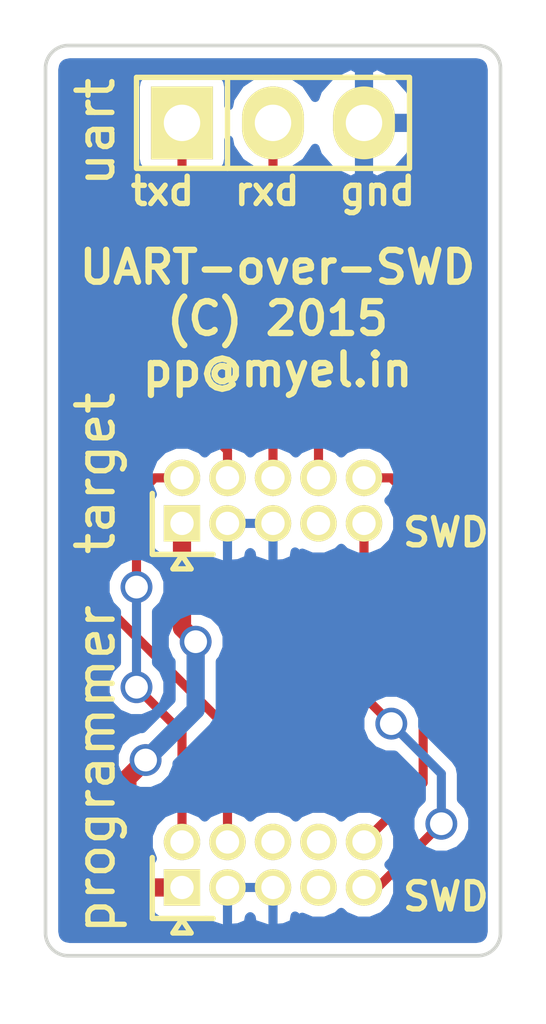
<source format=kicad_pcb>
(kicad_pcb (version 4) (host pcbnew "(2015-01-02 BZR 5348)-product")

  (general
    (links 11)
    (no_connects 0)
    (area 133.35 77.47 152.50281 106.045001)
    (thickness 1.6)
    (drawings 12)
    (tracks 51)
    (zones 0)
    (modules 3)
    (nets 13)
  )

  (page A4)
  (layers
    (0 F.Cu signal)
    (31 B.Cu signal)
    (32 B.Adhes user)
    (33 F.Adhes user)
    (34 B.Paste user)
    (35 F.Paste user)
    (36 B.SilkS user)
    (37 F.SilkS user)
    (38 B.Mask user)
    (39 F.Mask user)
    (40 Dwgs.User user)
    (41 Cmts.User user)
    (42 Eco1.User user)
    (43 Eco2.User user)
    (44 Edge.Cuts user)
    (45 Margin user)
    (46 B.CrtYd user)
    (47 F.CrtYd user)
    (48 B.Fab user)
    (49 F.Fab user)
  )

  (setup
    (last_trace_width 0.254)
    (user_trace_width 0.254)
    (user_trace_width 0.508)
    (trace_clearance 0.1524)
    (zone_clearance 0.3048)
    (zone_45_only no)
    (trace_min 0.1524)
    (segment_width 0.2)
    (edge_width 0.1)
    (via_size 0.889)
    (via_drill 0.635)
    (via_min_size 0.889)
    (via_min_drill 0.508)
    (uvia_size 0.508)
    (uvia_drill 0.127)
    (uvias_allowed no)
    (uvia_min_size 0.508)
    (uvia_min_drill 0.127)
    (pcb_text_width 0.3)
    (pcb_text_size 1.5 1.5)
    (mod_edge_width 0.15)
    (mod_text_size 1 1)
    (mod_text_width 0.15)
    (pad_size 1.5 1.5)
    (pad_drill 0.6)
    (pad_to_mask_clearance 0)
    (aux_axis_origin 0 0)
    (visible_elements 7FFFFFFF)
    (pcbplotparams
      (layerselection 0x010fc_80000001)
      (usegerberextensions true)
      (excludeedgelayer true)
      (linewidth 0.100000)
      (plotframeref false)
      (viasonmask false)
      (mode 1)
      (useauxorigin false)
      (hpglpennumber 1)
      (hpglpenspeed 20)
      (hpglpendiameter 15)
      (hpglpenoverlay 2)
      (psnegative false)
      (psa4output false)
      (plotreference true)
      (plotvalue true)
      (plotinvisibletext false)
      (padsonsilk false)
      (subtractmaskfromsilk false)
      (outputformat 1)
      (mirror false)
      (drillshape 0)
      (scaleselection 1)
      (outputdirectory gerbers/))
  )

  (net 0 "")
  (net 1 /nRESET)
  (net 2 /RXD)
  (net 3 "Net-(P1-Pad7)")
  (net 4 /VCC)
  (net 5 /SWDIO)
  (net 6 /GND)
  (net 7 /SWCLK)
  (net 8 /TXD)
  (net 9 "Net-(P3-Pad8)")
  (net 10 "Net-(P3-Pad7)")
  (net 11 "Net-(P3-Pad6)")
  (net 12 /GND_DET)

  (net_class Default "This is the default net class."
    (clearance 0.1524)
    (trace_width 0.254)
    (via_dia 0.889)
    (via_drill 0.635)
    (uvia_dia 0.508)
    (uvia_drill 0.127)
    (add_net /GND)
    (add_net /GND_DET)
    (add_net /RXD)
    (add_net /SWCLK)
    (add_net /SWDIO)
    (add_net /TXD)
    (add_net /VCC)
    (add_net /nRESET)
    (add_net "Net-(P1-Pad7)")
    (add_net "Net-(P3-Pad6)")
    (add_net "Net-(P3-Pad7)")
    (add_net "Net-(P3-Pad8)")
  )

  (module Socket_Strips:Socket_Strip_Straight_1x03 (layer F.Cu) (tedit 54BF6576) (tstamp 54BF54E5)
    (at 140.97 80.899 180)
    (descr "Through hole socket strip")
    (tags "socket strip")
    (path /54BF53DB)
    (fp_text reference P2 (at -9.017 0.254 180) (layer F.SilkS) hide
      (effects (font (size 1 1) (thickness 0.15)))
    )
    (fp_text value uart (at 4.953 -0.254 270) (layer F.SilkS)
      (effects (font (size 1 1) (thickness 0.15)))
    )
    (fp_line (start 1.27 1.27) (end -3.81 1.27) (layer F.SilkS) (width 0.15))
    (fp_line (start -3.81 1.27) (end -3.81 -1.27) (layer F.SilkS) (width 0.15))
    (fp_line (start -3.81 -1.27) (end 1.27 -1.27) (layer F.SilkS) (width 0.15))
    (fp_line (start 3.81 -1.27) (end 1.27 -1.27) (layer F.SilkS) (width 0.15))
    (fp_line (start 1.27 -1.27) (end 1.27 1.27) (layer F.SilkS) (width 0.15))
    (fp_line (start 3.81 -1.27) (end 3.81 1.27) (layer F.SilkS) (width 0.15))
    (fp_line (start 3.81 1.27) (end 1.27 1.27) (layer F.SilkS) (width 0.15))
    (pad 1 thru_hole rect (at 2.54 0) (size 1.7272 2.032) (drill 1.016) (layers *.Cu *.Mask F.SilkS)
      (net 8 /TXD))
    (pad 2 thru_hole oval (at 0 0) (size 1.7272 2.032) (drill 1.016) (layers *.Cu *.Mask F.SilkS)
      (net 2 /RXD))
    (pad 3 thru_hole oval (at -2.54 0) (size 1.7272 2.032) (drill 1.016) (layers *.Cu *.Mask F.SilkS)
      (net 6 /GND))
    (model Socket_Strips/Socket_Strip_Straight_1x03.wrl
      (at (xyz 0 0 0))
      (scale (xyz 1 1 1))
      (rotate (xyz 0 0 0))
    )
  )

  (module footprints:pin_array_5x2_50mil (layer F.Cu) (tedit 54BF6570) (tstamp 54BF5524)
    (at 139.7 91.44)
    (descr "Double rangee de contacts 2 x 4 pins")
    (tags CONN)
    (path /54BF5376)
    (fp_text reference P1 (at 9.779 0) (layer F.SilkS) hide
      (effects (font (size 1.016 1.016) (thickness 0.2032)))
    )
    (fp_text value target (at -3.683 -0.762 90) (layer F.SilkS)
      (effects (font (size 1.016 1.016) (thickness 0.15)))
    )
    (fp_line (start -2.1 -0.2) (end -2.1 1.5) (layer F.SilkS) (width 0.15))
    (fp_line (start -2.1 1.5) (end -0.4 1.5) (layer F.SilkS) (width 0.15))
    (fp_line (start -1.27 1.524) (end -1.524 1.905) (layer F.SilkS) (width 0.15))
    (fp_line (start -1.524 1.905) (end -1.143 1.905) (layer F.SilkS) (width 0.15))
    (fp_line (start -1.143 1.905) (end -1.016 1.905) (layer F.SilkS) (width 0.15))
    (fp_line (start -1.016 1.905) (end -1.27 1.524) (layer F.SilkS) (width 0.15))
    (pad 1 thru_hole rect (at -1.27 0.635) (size 1.016 1.016) (drill 0.65) (layers *.Cu *.Mask F.SilkS)
      (net 4 /VCC))
    (pad 2 thru_hole circle (at -1.27 -0.635) (size 1.016 1.016) (drill 0.65) (layers *.Cu *.Mask F.SilkS)
      (net 5 /SWDIO))
    (pad 3 thru_hole circle (at 0 0.635) (size 1.016 1.016) (drill 0.65) (layers *.Cu *.Mask F.SilkS)
      (net 6 /GND))
    (pad 4 thru_hole circle (at 0 -0.635) (size 1.016 1.016) (drill 0.65) (layers *.Cu *.Mask F.SilkS)
      (net 7 /SWCLK))
    (pad 5 thru_hole circle (at 1.27 0.635) (size 1.016 1.016) (drill 0.65) (layers *.Cu *.Mask F.SilkS)
      (net 6 /GND))
    (pad 6 thru_hole circle (at 1.27 -0.635) (size 1.016 1.016) (drill 0.65) (layers *.Cu *.Mask F.SilkS)
      (net 8 /TXD))
    (pad 7 thru_hole circle (at 2.54 0.635) (size 1.016 1.016) (drill 0.65) (layers *.Cu *.Mask F.SilkS)
      (net 3 "Net-(P1-Pad7)"))
    (pad 8 thru_hole circle (at 2.54 -0.635) (size 1.016 1.016) (drill 0.65) (layers *.Cu *.Mask F.SilkS)
      (net 2 /RXD))
    (pad 9 thru_hole circle (at 3.81 0.635) (size 1.016 1.016) (drill 0.65) (layers *.Cu *.Mask F.SilkS)
      (net 12 /GND_DET))
    (pad 10 thru_hole circle (at 3.81 -0.635) (size 1.016 1.016) (drill 0.65) (layers *.Cu *.Mask F.SilkS)
      (net 1 /nRESET))
    (model pin_array/pins_array_3x2.wrl
      (at (xyz 0 0 0))
      (scale (xyz 1 1 1))
      (rotate (xyz 0 0 0))
    )
  )

  (module footprints:pin_array_5x2_50mil (layer F.Cu) (tedit 54BF6573) (tstamp 54BF5531)
    (at 139.7 101.6)
    (descr "Double rangee de contacts 2 x 4 pins")
    (tags CONN)
    (path /54BF53AA)
    (fp_text reference P3 (at 11.557 0) (layer F.SilkS) hide
      (effects (font (size 1.016 1.016) (thickness 0.2032)))
    )
    (fp_text value programmer (at -3.683 -2.667 90) (layer F.SilkS)
      (effects (font (size 1.016 1.016) (thickness 0.15)))
    )
    (fp_line (start -2.1 -0.2) (end -2.1 1.5) (layer F.SilkS) (width 0.15))
    (fp_line (start -2.1 1.5) (end -0.4 1.5) (layer F.SilkS) (width 0.15))
    (fp_line (start -1.27 1.524) (end -1.524 1.905) (layer F.SilkS) (width 0.15))
    (fp_line (start -1.524 1.905) (end -1.143 1.905) (layer F.SilkS) (width 0.15))
    (fp_line (start -1.143 1.905) (end -1.016 1.905) (layer F.SilkS) (width 0.15))
    (fp_line (start -1.016 1.905) (end -1.27 1.524) (layer F.SilkS) (width 0.15))
    (pad 1 thru_hole rect (at -1.27 0.635) (size 1.016 1.016) (drill 0.65) (layers *.Cu *.Mask F.SilkS)
      (net 4 /VCC))
    (pad 2 thru_hole circle (at -1.27 -0.635) (size 1.016 1.016) (drill 0.65) (layers *.Cu *.Mask F.SilkS)
      (net 5 /SWDIO))
    (pad 3 thru_hole circle (at 0 0.635) (size 1.016 1.016) (drill 0.65) (layers *.Cu *.Mask F.SilkS)
      (net 6 /GND))
    (pad 4 thru_hole circle (at 0 -0.635) (size 1.016 1.016) (drill 0.65) (layers *.Cu *.Mask F.SilkS)
      (net 7 /SWCLK))
    (pad 5 thru_hole circle (at 1.27 0.635) (size 1.016 1.016) (drill 0.65) (layers *.Cu *.Mask F.SilkS)
      (net 6 /GND))
    (pad 6 thru_hole circle (at 1.27 -0.635) (size 1.016 1.016) (drill 0.65) (layers *.Cu *.Mask F.SilkS)
      (net 11 "Net-(P3-Pad6)"))
    (pad 7 thru_hole circle (at 2.54 0.635) (size 1.016 1.016) (drill 0.65) (layers *.Cu *.Mask F.SilkS)
      (net 10 "Net-(P3-Pad7)"))
    (pad 8 thru_hole circle (at 2.54 -0.635) (size 1.016 1.016) (drill 0.65) (layers *.Cu *.Mask F.SilkS)
      (net 9 "Net-(P3-Pad8)"))
    (pad 9 thru_hole circle (at 3.81 0.635) (size 1.016 1.016) (drill 0.65) (layers *.Cu *.Mask F.SilkS)
      (net 12 /GND_DET))
    (pad 10 thru_hole circle (at 3.81 -0.635) (size 1.016 1.016) (drill 0.65) (layers *.Cu *.Mask F.SilkS)
      (net 1 /nRESET))
    (model pin_array/pins_array_3x2.wrl
      (at (xyz 0 0 0))
      (scale (xyz 1 1 1))
      (rotate (xyz 0 0 0))
    )
  )

  (gr_text SWD (at 145.796 102.489) (layer F.SilkS)
    (effects (font (size 0.762 0.762) (thickness 0.1524)))
  )
  (gr_text SWD (at 145.796 92.329) (layer F.SilkS)
    (effects (font (size 0.762 0.762) (thickness 0.1524)))
  )
  (gr_text "txd  rxd  gnd" (at 140.97 82.804) (layer F.SilkS)
    (effects (font (size 0.762 0.762) (thickness 0.1524)))
  )
  (gr_text "UART-over-SWD\n(C) 2015\npp@myel.in" (at 141.097 86.36) (layer F.SilkS)
    (effects (font (size 0.889 0.889) (thickness 0.1778)))
  )
  (gr_line (start 134.62 103.505) (end 134.62 79.375) (angle 90) (layer Edge.Cuts) (width 0.1))
  (gr_line (start 146.685 104.14) (end 135.255 104.14) (angle 90) (layer Edge.Cuts) (width 0.1))
  (gr_line (start 147.32 79.375) (end 147.32 103.505) (angle 90) (layer Edge.Cuts) (width 0.1))
  (gr_line (start 135.255 78.74) (end 146.685 78.74) (angle 90) (layer Edge.Cuts) (width 0.1))
  (gr_arc (start 146.685 103.505) (end 147.32 103.505) (angle 90) (layer Edge.Cuts) (width 0.1))
  (gr_arc (start 135.255 103.505) (end 135.255 104.14) (angle 90) (layer Edge.Cuts) (width 0.1))
  (gr_arc (start 135.255 79.375) (end 134.62 79.375) (angle 90) (layer Edge.Cuts) (width 0.1))
  (gr_arc (start 146.685 79.375) (end 146.685 78.74) (angle 90) (layer Edge.Cuts) (width 0.1))

  (segment (start 143.51 90.805) (end 144.272 90.805) (width 0.254) (layer F.Cu) (net 1))
  (segment (start 145.161 99.314) (end 143.51 100.965) (width 0.254) (layer F.Cu) (net 1) (tstamp 54BF5BCE))
  (segment (start 145.161 91.694) (end 145.161 99.314) (width 0.254) (layer F.Cu) (net 1) (tstamp 54BF5BCC))
  (segment (start 144.272 90.805) (end 145.161 91.694) (width 0.254) (layer F.Cu) (net 1) (tstamp 54BF5BC7))
  (segment (start 140.97 80.899) (end 140.97 83.693) (width 0.254) (layer F.Cu) (net 2))
  (segment (start 142.24 84.963) (end 142.24 90.805) (width 0.254) (layer F.Cu) (net 2) (tstamp 54BF5B2F))
  (segment (start 140.97 83.693) (end 142.24 84.963) (width 0.254) (layer F.Cu) (net 2) (tstamp 54BF5B2D))
  (segment (start 138.43 92.075) (end 138.43 94.996) (width 0.508) (layer F.Cu) (net 4))
  (segment (start 138.811 97.282) (end 137.414 98.679) (width 0.508) (layer B.Cu) (net 4) (tstamp 54BF623E))
  (segment (start 138.811 95.377) (end 138.811 97.282) (width 0.508) (layer B.Cu) (net 4) (tstamp 54BF623D))
  (via (at 138.811 95.377) (size 0.889) (layers F.Cu B.Cu) (net 4))
  (segment (start 138.43 94.996) (end 138.811 95.377) (width 0.508) (layer F.Cu) (net 4) (tstamp 54BF6231))
  (segment (start 137.541 102.235) (end 138.43 102.235) (width 0.508) (layer F.Cu) (net 4) (tstamp 54BF5BB5))
  (via (at 137.414 98.679) (size 0.889) (layers F.Cu B.Cu) (net 4))
  (segment (start 137.414 98.679) (end 136.906 99.187) (width 0.508) (layer F.Cu) (net 4) (tstamp 54BF5BAD))
  (segment (start 136.906 99.187) (end 136.906 101.6) (width 0.508) (layer F.Cu) (net 4) (tstamp 54BF5BAE))
  (segment (start 136.906 101.6) (end 137.541 102.235) (width 0.508) (layer F.Cu) (net 4) (tstamp 54BF5BB2))
  (segment (start 138.6332 91.8718) (end 138.6332 92.1004) (width 0.254) (layer F.Cu) (net 4))
  (segment (start 138.43 90.805) (end 137.668 90.805) (width 0.254) (layer F.Cu) (net 5))
  (segment (start 138.43 97.917) (end 138.43 100.965) (width 0.254) (layer F.Cu) (net 5) (tstamp 54BF5B5C))
  (segment (start 137.16 96.647) (end 138.43 97.917) (width 0.254) (layer F.Cu) (net 5) (tstamp 54BF5B5B))
  (via (at 137.16 96.647) (size 0.889) (layers F.Cu B.Cu) (net 5))
  (segment (start 137.16 93.853) (end 137.16 96.647) (width 0.254) (layer B.Cu) (net 5) (tstamp 54BF5B56))
  (via (at 137.16 93.853) (size 0.889) (layers F.Cu B.Cu) (net 5))
  (segment (start 137.16 91.313) (end 137.16 93.853) (width 0.254) (layer F.Cu) (net 5) (tstamp 54BF5B50))
  (segment (start 137.668 90.805) (end 137.16 91.313) (width 0.254) (layer F.Cu) (net 5) (tstamp 54BF5B4D))
  (segment (start 139.7 103.632) (end 139.7 102.235) (width 0.254) (layer B.Cu) (net 6))
  (segment (start 139.7 102.235) (end 140.97 102.235) (width 0.254) (layer B.Cu) (net 6) (tstamp 54BF5B6F))
  (segment (start 140.97 102.235) (end 140.97 103.505) (width 0.254) (layer B.Cu) (net 6) (tstamp 54BF5B71))
  (segment (start 139.7 93.599) (end 139.7 92.075) (width 0.254) (layer B.Cu) (net 6))
  (segment (start 139.7 92.075) (end 140.97 92.075) (width 0.254) (layer B.Cu) (net 6) (tstamp 54BF5B6A))
  (segment (start 140.97 92.075) (end 140.97 93.726) (width 0.254) (layer B.Cu) (net 6) (tstamp 54BF5B6B))
  (segment (start 140.081 102.235) (end 140.0556 102.2604) (width 0.254) (layer B.Cu) (net 6) (tstamp 54BF56F8))
  (segment (start 139.7 90.805) (end 139.7 90.043) (width 0.254) (layer F.Cu) (net 7))
  (segment (start 139.7 97.79) (end 139.7 100.965) (width 0.254) (layer F.Cu) (net 7) (tstamp 54BF5B49))
  (segment (start 136.144 94.234) (end 139.7 97.79) (width 0.254) (layer F.Cu) (net 7) (tstamp 54BF5B46))
  (segment (start 136.144 90.297) (end 136.144 94.234) (width 0.254) (layer F.Cu) (net 7) (tstamp 54BF5B43))
  (segment (start 137.033 89.408) (end 136.144 90.297) (width 0.254) (layer F.Cu) (net 7) (tstamp 54BF5B3D))
  (segment (start 139.065 89.408) (end 137.033 89.408) (width 0.254) (layer F.Cu) (net 7) (tstamp 54BF5B3B))
  (segment (start 139.7 90.043) (end 139.065 89.408) (width 0.254) (layer F.Cu) (net 7) (tstamp 54BF5B3A))
  (segment (start 138.43 80.899) (end 138.43 83.82) (width 0.254) (layer F.Cu) (net 8))
  (segment (start 140.97 86.36) (end 140.97 90.805) (width 0.254) (layer F.Cu) (net 8) (tstamp 54BF5B29))
  (segment (start 138.43 83.82) (end 140.97 86.36) (width 0.254) (layer F.Cu) (net 8) (tstamp 54BF5B22))
  (segment (start 143.51 92.075) (end 143.51 96.901) (width 0.254) (layer F.Cu) (net 12))
  (segment (start 145.669 100.457) (end 143.891 102.235) (width 0.254) (layer F.Cu) (net 12) (tstamp 54BF5BE6))
  (via (at 145.669 100.457) (size 0.889) (layers F.Cu B.Cu) (net 12))
  (segment (start 145.669 99.06) (end 145.669 100.457) (width 0.254) (layer B.Cu) (net 12) (tstamp 54BF5BDE))
  (segment (start 144.272 97.663) (end 145.669 99.06) (width 0.254) (layer B.Cu) (net 12) (tstamp 54BF5BDD))
  (via (at 144.272 97.663) (size 0.889) (layers F.Cu B.Cu) (net 12))
  (segment (start 143.51 96.901) (end 144.272 97.663) (width 0.254) (layer F.Cu) (net 12) (tstamp 54BF5BD7))
  (segment (start 143.891 102.235) (end 143.51 102.235) (width 0.254) (layer F.Cu) (net 12) (tstamp 54BF5BE7))

  (zone (net 6) (net_name /GND) (layer B.Cu) (tstamp 54BF59D4) (hatch edge 0.508)
    (connect_pads (clearance 0.3048))
    (min_thickness 0.254)
    (fill yes (arc_segments 16) (thermal_gap 0.508) (thermal_bridge_width 0.508))
    (polygon
      (pts
        (xy 133.35 77.47) (xy 148.59 77.47) (xy 148.59 106.045) (xy 133.35 106.045)
      )
    )
    (filled_polygon
      (pts
        (xy 139.829678 92.153211) (xy 139.714142 92.268747) (xy 139.7 92.254605) (xy 139.685857 92.268747) (xy 139.506252 92.089142)
        (xy 139.520395 92.075) (xy 139.506252 92.060857) (xy 139.685857 91.881252) (xy 139.7 91.895395) (xy 139.714142 91.881252)
        (xy 139.817897 91.985007) (xy 139.829678 92.153211)
      )
    )
    (filled_polygon
      (pts
        (xy 139.829678 102.313211) (xy 139.714142 102.428747) (xy 139.7 102.414605) (xy 139.685857 102.428747) (xy 139.506252 102.249142)
        (xy 139.520395 102.235) (xy 139.506252 102.220857) (xy 139.685857 102.041252) (xy 139.7 102.055395) (xy 139.714142 102.041252)
        (xy 139.817897 102.145007) (xy 139.829678 102.313211)
      )
    )
    (filled_polygon
      (pts
        (xy 141.163747 92.089142) (xy 140.984142 92.268747) (xy 140.97 92.254605) (xy 140.955857 92.268747) (xy 140.852102 92.164992)
        (xy 140.840321 91.996788) (xy 140.955857 91.881252) (xy 140.97 91.895395) (xy 140.984142 91.881252) (xy 141.163747 92.060857)
        (xy 141.149605 92.075) (xy 141.163747 92.089142)
      )
    )
    (filled_polygon
      (pts
        (xy 141.163747 102.249142) (xy 140.984142 102.428747) (xy 140.97 102.414605) (xy 140.955857 102.428747) (xy 140.852102 102.324992)
        (xy 140.840321 102.156788) (xy 140.955857 102.041252) (xy 140.97 102.055395) (xy 140.984142 102.041252) (xy 141.163747 102.220857)
        (xy 141.149605 102.235) (xy 141.163747 102.249142)
      )
    )
    (filled_polygon
      (pts
        (xy 146.8382 103.457548) (xy 146.817817 103.560015) (xy 146.786654 103.606654) (xy 146.740015 103.637817) (xy 146.637544 103.6582)
        (xy 146.545452 103.6582) (xy 146.545452 100.283458) (xy 146.412324 99.961264) (xy 146.2278 99.776417) (xy 146.2278 99.06)
        (xy 146.185264 98.846157) (xy 146.185264 98.846156) (xy 146.124697 98.755512) (xy 146.064131 98.664869) (xy 146.064131 98.664868)
        (xy 145.148225 97.748963) (xy 145.148452 97.489458) (xy 145.015324 97.167264) (xy 144.995184 97.147088) (xy 144.995184 81.260913)
        (xy 144.995184 80.537087) (xy 144.801954 79.98468) (xy 144.412036 79.548268) (xy 143.884791 79.294291) (xy 143.869026 79.291642)
        (xy 143.637 79.412783) (xy 143.637 80.772) (xy 144.850924 80.772) (xy 144.995184 80.537087) (xy 144.995184 81.260913)
        (xy 144.850924 81.026) (xy 143.637 81.026) (xy 143.637 82.385217) (xy 143.869026 82.506358) (xy 143.884791 82.503709)
        (xy 144.412036 82.249732) (xy 144.801954 81.81332) (xy 144.995184 81.260913) (xy 144.995184 97.147088) (xy 144.769032 96.920542)
        (xy 144.449963 96.788052) (xy 144.449963 91.888882) (xy 144.307188 91.543341) (xy 144.204078 91.440051) (xy 144.306259 91.338049)
        (xy 144.449637 90.992758) (xy 144.449963 90.618882) (xy 144.307188 90.273341) (xy 144.043049 90.008741) (xy 143.697758 89.865363)
        (xy 143.383 89.865088) (xy 143.383 82.385217) (xy 143.383 81.026) (xy 143.363 81.026) (xy 143.363 80.772)
        (xy 143.383 80.772) (xy 143.383 79.412783) (xy 143.150974 79.291642) (xy 143.135209 79.294291) (xy 142.607964 79.548268)
        (xy 142.218046 79.98468) (xy 142.145829 80.191132) (xy 141.885986 79.80225) (xy 141.465728 79.521442) (xy 140.97 79.422836)
        (xy 140.474272 79.521442) (xy 140.054014 79.80225) (xy 139.773206 80.222508) (xy 139.733859 80.420319) (xy 139.733859 79.883)
        (xy 139.701915 79.718356) (xy 139.606858 79.573649) (xy 139.463355 79.476784) (xy 139.2936 79.442741) (xy 137.5664 79.442741)
        (xy 137.401756 79.474685) (xy 137.257049 79.569742) (xy 137.160184 79.713245) (xy 137.126141 79.883) (xy 137.126141 81.915)
        (xy 137.158085 82.079644) (xy 137.253142 82.224351) (xy 137.396645 82.321216) (xy 137.5664 82.355259) (xy 139.2936 82.355259)
        (xy 139.458244 82.323315) (xy 139.602951 82.228258) (xy 139.699816 82.084755) (xy 139.733859 81.915) (xy 139.733859 81.37768)
        (xy 139.773206 81.575492) (xy 140.054014 81.99575) (xy 140.474272 82.276558) (xy 140.97 82.375164) (xy 141.465728 82.276558)
        (xy 141.885986 81.99575) (xy 142.145829 81.606867) (xy 142.218046 81.81332) (xy 142.607964 82.249732) (xy 143.135209 82.503709)
        (xy 143.150974 82.506358) (xy 143.383 82.385217) (xy 143.383 89.865088) (xy 143.323882 89.865037) (xy 142.978341 90.007812)
        (xy 142.875051 90.110921) (xy 142.773049 90.008741) (xy 142.427758 89.865363) (xy 142.053882 89.865037) (xy 141.708341 90.007812)
        (xy 141.605051 90.110921) (xy 141.503049 90.008741) (xy 141.157758 89.865363) (xy 140.783882 89.865037) (xy 140.438341 90.007812)
        (xy 140.335051 90.110921) (xy 140.233049 90.008741) (xy 139.887758 89.865363) (xy 139.513882 89.865037) (xy 139.168341 90.007812)
        (xy 139.065051 90.110921) (xy 138.963049 90.008741) (xy 138.617758 89.865363) (xy 138.243882 89.865037) (xy 137.898341 90.007812)
        (xy 137.633741 90.271951) (xy 137.490363 90.617242) (xy 137.490037 90.991118) (xy 137.603904 91.266697) (xy 137.515784 91.397245)
        (xy 137.481741 91.567) (xy 137.481741 92.583) (xy 137.513685 92.747644) (xy 137.608742 92.892351) (xy 137.752245 92.989216)
        (xy 137.922 93.023259) (xy 138.938 93.023259) (xy 139.102644 92.991315) (xy 139.10471 92.989957) (xy 139.121824 93.086856)
        (xy 139.553055 93.231091) (xy 140.006657 93.199322) (xy 140.278176 93.086856) (xy 140.308297 92.91631) (xy 140.335 92.889608)
        (xy 140.361702 92.91631) (xy 140.391824 93.086856) (xy 140.823055 93.231091) (xy 141.276657 93.199322) (xy 141.548176 93.086856)
        (xy 141.586313 92.870921) (xy 141.702494 92.987102) (xy 141.785655 92.90394) (xy 142.052242 93.014637) (xy 142.426118 93.014963)
        (xy 142.771659 92.872188) (xy 142.874948 92.769078) (xy 142.976951 92.871259) (xy 143.322242 93.014637) (xy 143.696118 93.014963)
        (xy 144.041659 92.872188) (xy 144.306259 92.608049) (xy 144.449637 92.262758) (xy 144.449963 91.888882) (xy 144.449963 96.788052)
        (xy 144.447072 96.786852) (xy 144.098458 96.786548) (xy 143.776264 96.919676) (xy 143.529542 97.165968) (xy 143.395852 97.487928)
        (xy 143.395548 97.836542) (xy 143.528676 98.158736) (xy 143.774968 98.405458) (xy 144.096928 98.539148) (xy 144.358113 98.539375)
        (xy 145.1102 99.291462) (xy 145.1102 99.77663) (xy 144.926542 99.959968) (xy 144.792852 100.281928) (xy 144.792548 100.630542)
        (xy 144.925676 100.952736) (xy 145.171968 101.199458) (xy 145.493928 101.333148) (xy 145.842542 101.333452) (xy 146.164736 101.200324)
        (xy 146.411458 100.954032) (xy 146.545148 100.632072) (xy 146.545452 100.283458) (xy 146.545452 103.6582) (xy 144.449963 103.6582)
        (xy 144.449963 102.048882) (xy 144.307188 101.703341) (xy 144.204078 101.600051) (xy 144.306259 101.498049) (xy 144.449637 101.152758)
        (xy 144.449963 100.778882) (xy 144.307188 100.433341) (xy 144.043049 100.168741) (xy 143.697758 100.025363) (xy 143.323882 100.025037)
        (xy 142.978341 100.167812) (xy 142.875051 100.270921) (xy 142.773049 100.168741) (xy 142.427758 100.025363) (xy 142.053882 100.025037)
        (xy 141.708341 100.167812) (xy 141.605051 100.270921) (xy 141.503049 100.168741) (xy 141.157758 100.025363) (xy 140.783882 100.025037)
        (xy 140.438341 100.167812) (xy 140.335051 100.270921) (xy 140.233049 100.168741) (xy 139.887758 100.025363) (xy 139.687452 100.025188)
        (xy 139.687452 95.203458) (xy 139.554324 94.881264) (xy 139.308032 94.634542) (xy 138.986072 94.500852) (xy 138.637458 94.500548)
        (xy 138.315264 94.633676) (xy 138.068542 94.879968) (xy 137.934852 95.201928) (xy 137.934548 95.550542) (xy 138.067676 95.872736)
        (xy 138.1252 95.93036) (xy 138.1252 96.997932) (xy 138.036452 97.086679) (xy 138.036452 96.473458) (xy 137.903324 96.151264)
        (xy 137.7188 95.966417) (xy 137.7188 94.533369) (xy 137.902458 94.350032) (xy 138.036148 94.028072) (xy 138.036452 93.679458)
        (xy 137.903324 93.357264) (xy 137.657032 93.110542) (xy 137.335072 92.976852) (xy 136.986458 92.976548) (xy 136.664264 93.109676)
        (xy 136.417542 93.355968) (xy 136.283852 93.677928) (xy 136.283548 94.026542) (xy 136.416676 94.348736) (xy 136.6012 94.533582)
        (xy 136.6012 95.96663) (xy 136.417542 96.149968) (xy 136.283852 96.471928) (xy 136.283548 96.820542) (xy 136.416676 97.142736)
        (xy 136.662968 97.389458) (xy 136.984928 97.523148) (xy 137.333542 97.523452) (xy 137.655736 97.390324) (xy 137.902458 97.144032)
        (xy 138.036148 96.822072) (xy 138.036452 96.473458) (xy 138.036452 97.086679) (xy 137.320514 97.802617) (xy 137.240458 97.802548)
        (xy 136.918264 97.935676) (xy 136.671542 98.181968) (xy 136.537852 98.503928) (xy 136.537548 98.852542) (xy 136.670676 99.174736)
        (xy 136.916968 99.421458) (xy 137.238928 99.555148) (xy 137.587542 99.555452) (xy 137.909736 99.422324) (xy 138.156458 99.176032)
        (xy 138.290148 98.854072) (xy 138.290219 98.772648) (xy 139.295934 97.766934) (xy 139.444596 97.544445) (xy 139.444597 97.544444)
        (xy 139.4968 97.282) (xy 139.4968 95.930591) (xy 139.553458 95.874032) (xy 139.687148 95.552072) (xy 139.687452 95.203458)
        (xy 139.687452 100.025188) (xy 139.513882 100.025037) (xy 139.168341 100.167812) (xy 139.065051 100.270921) (xy 138.963049 100.168741)
        (xy 138.617758 100.025363) (xy 138.243882 100.025037) (xy 137.898341 100.167812) (xy 137.633741 100.431951) (xy 137.490363 100.777242)
        (xy 137.490037 101.151118) (xy 137.603904 101.426697) (xy 137.515784 101.557245) (xy 137.481741 101.727) (xy 137.481741 102.743)
        (xy 137.513685 102.907644) (xy 137.608742 103.052351) (xy 137.752245 103.149216) (xy 137.922 103.183259) (xy 138.938 103.183259)
        (xy 139.102644 103.151315) (xy 139.10471 103.149957) (xy 139.121824 103.246856) (xy 139.553055 103.391091) (xy 140.006657 103.359322)
        (xy 140.278176 103.246856) (xy 140.308297 103.07631) (xy 140.335 103.049608) (xy 140.361702 103.07631) (xy 140.391824 103.246856)
        (xy 140.823055 103.391091) (xy 141.276657 103.359322) (xy 141.548176 103.246856) (xy 141.586313 103.030921) (xy 141.702494 103.147102)
        (xy 141.785655 103.06394) (xy 142.052242 103.174637) (xy 142.426118 103.174963) (xy 142.771659 103.032188) (xy 142.874948 102.929078)
        (xy 142.976951 103.031259) (xy 143.322242 103.174637) (xy 143.696118 103.174963) (xy 144.041659 103.032188) (xy 144.306259 102.768049)
        (xy 144.449637 102.422758) (xy 144.449963 102.048882) (xy 144.449963 103.6582) (xy 135.302451 103.6582) (xy 135.199984 103.637817)
        (xy 135.153345 103.606654) (xy 135.122182 103.560015) (xy 135.1018 103.457544) (xy 135.1018 79.422455) (xy 135.122182 79.319984)
        (xy 135.153345 79.273345) (xy 135.199984 79.242182) (xy 135.302451 79.2218) (xy 146.637544 79.2218) (xy 146.740015 79.242182)
        (xy 146.786654 79.273345) (xy 146.817817 79.319984) (xy 146.8382 79.422451) (xy 146.8382 103.457548)
      )
    )
  )
)

</source>
